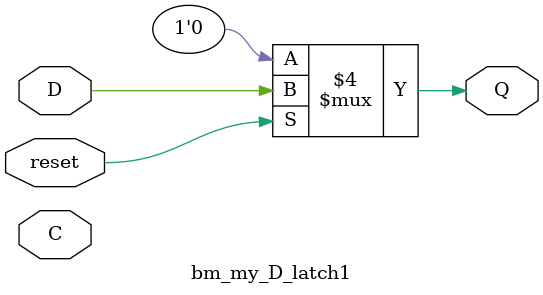
<source format=v>
module bm_my_D_latch1(D, C, Q, reset);
	input D, C;
	input reset;
	output Q;
	reg Q;
	always @(*)
	begin
		if (~reset)
		begin
			Q = 0;
		end
		else
		begin
			Q = D;
		end
	end
endmodule
</source>
